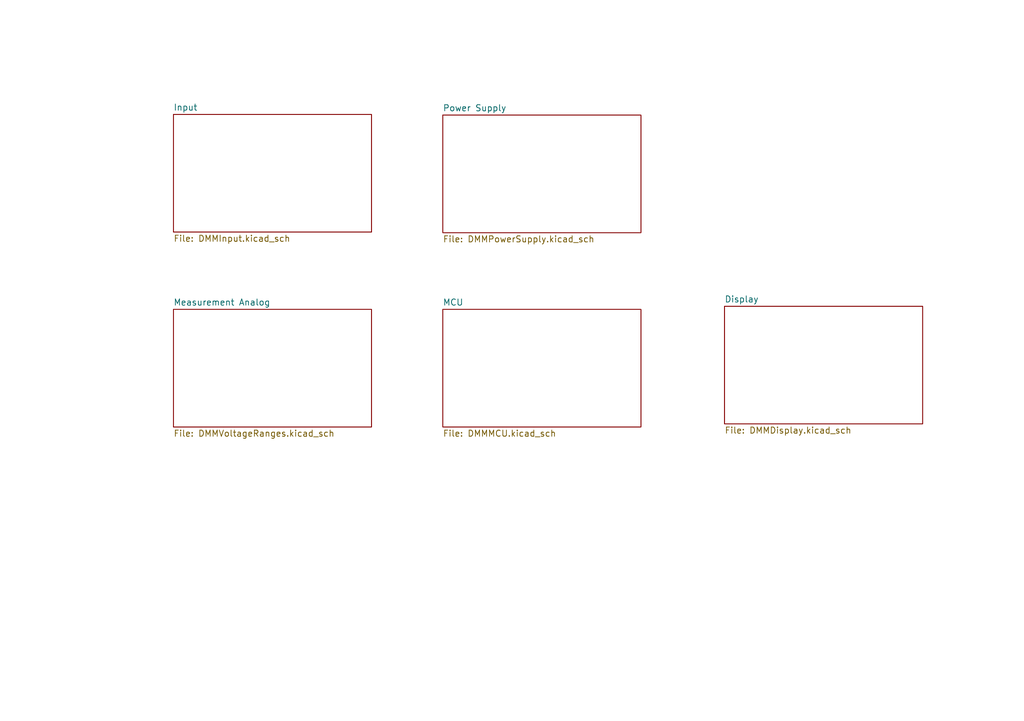
<source format=kicad_sch>
(kicad_sch (version 20230121) (generator eeschema)

  (uuid fdef8797-05b6-4b9b-8306-0b70a5374f43)

  (paper "A5")

  (lib_symbols
  )


  (sheet (at 148.59 62.865) (size 40.64 24.13) (fields_autoplaced)
    (stroke (width 0.1524) (type solid))
    (fill (color 0 0 0 0.0000))
    (uuid 0a6867db-d710-4243-a1cb-04b7932805f6)
    (property "Sheetname" "Display" (at 148.59 62.1534 0)
      (effects (font (size 1.27 1.27)) (justify left bottom))
    )
    (property "Sheetfile" "DMMDisplay.kicad_sch" (at 148.59 87.5796 0)
      (effects (font (size 1.27 1.27)) (justify left top))
    )
    (property "Field2" "" (at 148.59 62.865 0)
      (effects (font (size 1.27 1.27)) hide)
    )
    (instances
      (project "DMM"
        (path "/fdef8797-05b6-4b9b-8306-0b70a5374f43" (page "5"))
      )
    )
  )

  (sheet (at 35.56 63.5) (size 40.64 24.13) (fields_autoplaced)
    (stroke (width 0.1524) (type solid))
    (fill (color 0 0 0 0.0000))
    (uuid 47d95a9d-7333-4fe2-91a0-1743f3158f3f)
    (property "Sheetname" "Measurement Analog" (at 35.56 62.7884 0)
      (effects (font (size 1.27 1.27)) (justify left bottom))
    )
    (property "Sheetfile" "DMMVoltageRanges.kicad_sch" (at 35.56 88.2146 0)
      (effects (font (size 1.27 1.27)) (justify left top))
    )
    (instances
      (project "DMM"
        (path "/fdef8797-05b6-4b9b-8306-0b70a5374f43" (page "3"))
      )
    )
  )

  (sheet (at 90.805 23.622) (size 40.64 24.13) (fields_autoplaced)
    (stroke (width 0.1524) (type solid))
    (fill (color 0 0 0 0.0000))
    (uuid 6621768e-fc27-4f4e-82e0-f390d616c28c)
    (property "Sheetname" "Power Supply" (at 90.805 22.9104 0)
      (effects (font (size 1.27 1.27)) (justify left bottom))
    )
    (property "Sheetfile" "DMMPowerSupply.kicad_sch" (at 90.805 48.3366 0)
      (effects (font (size 1.27 1.27)) (justify left top))
    )
    (instances
      (project "DMM"
        (path "/fdef8797-05b6-4b9b-8306-0b70a5374f43" (page "6"))
      )
    )
  )

  (sheet (at 90.805 63.5) (size 40.64 24.13) (fields_autoplaced)
    (stroke (width 0.1524) (type solid))
    (fill (color 0 0 0 0.0000))
    (uuid 97bd2a58-c220-4e8f-9379-f8f1da39c760)
    (property "Sheetname" "MCU" (at 90.805 62.7884 0)
      (effects (font (size 1.27 1.27)) (justify left bottom))
    )
    (property "Sheetfile" "DMMMCU.kicad_sch" (at 90.805 88.2146 0)
      (effects (font (size 1.27 1.27)) (justify left top))
    )
    (instances
      (project "DMM"
        (path "/fdef8797-05b6-4b9b-8306-0b70a5374f43" (page "5"))
      )
    )
  )

  (sheet (at 35.56 23.495) (size 40.64 24.13) (fields_autoplaced)
    (stroke (width 0.1524) (type solid))
    (fill (color 0 0 0 0.0000))
    (uuid d1812343-f021-4c4a-bd79-8527f8a249f7)
    (property "Sheetname" "Input" (at 35.56 22.7834 0)
      (effects (font (size 1.27 1.27)) (justify left bottom))
    )
    (property "Sheetfile" "DMMInput.kicad_sch" (at 35.56 48.2096 0)
      (effects (font (size 1.27 1.27)) (justify left top))
    )
    (instances
      (project "DMM"
        (path "/fdef8797-05b6-4b9b-8306-0b70a5374f43" (page "2"))
      )
    )
  )

  (sheet_instances
    (path "/" (page "1"))
  )
)

</source>
